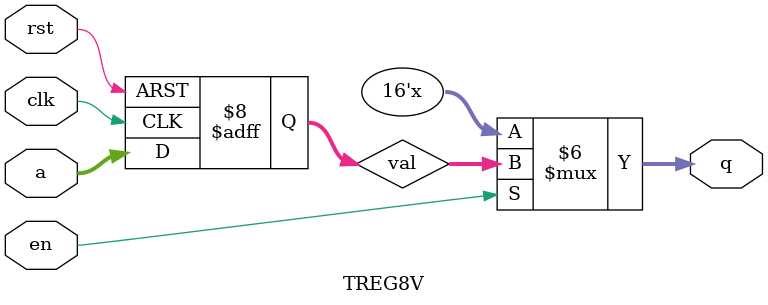
<source format=v>
module TREG8V (a, en, clk, rst, q);
	
	input[15:0] a;
	input rst, clk, en;
	
	output[15:0] q;
	
	reg[15:0] q, val;
	
	always @(posedge clk or posedge rst)
		if (rst==1'b1) val <= {16{1'b0}} ;
			else val <= a ;
	always @(en or val)
		if (en==1'b1) q <= val ;
			else q <= 16'bzzzzzzzzzzzzzzzz ;
			
endmodule
</source>
